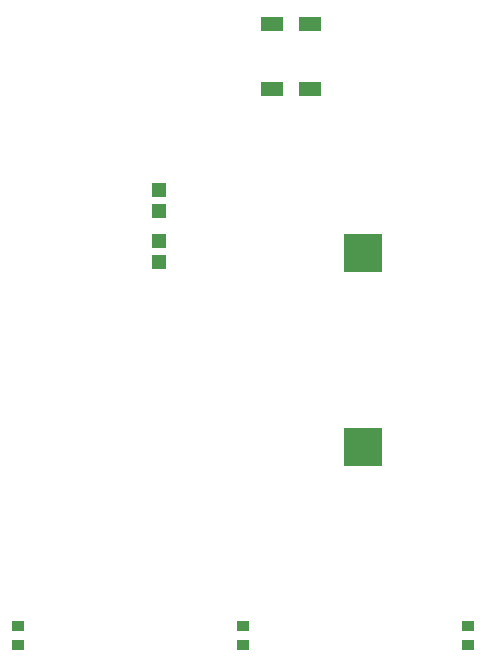
<source format=gbr>
G04 EAGLE Gerber RS-274X export*
G75*
%MOMM*%
%FSLAX34Y34*%
%LPD*%
%INSolderpaste Bottom*%
%IPPOS*%
%AMOC8*
5,1,8,0,0,1.08239X$1,22.5*%
G01*
%ADD10R,1.270000X1.143000*%
%ADD11R,1.031241X0.949959*%
%ADD12R,3.200000X3.200000*%
%ADD13R,1.900000X1.300000*%


D10*
X563880Y466090D03*
X563880Y448310D03*
X563880Y405130D03*
X563880Y422910D03*
D11*
X444500Y80899D03*
X444500Y96901D03*
X635000Y80899D03*
X635000Y96901D03*
X825500Y80899D03*
X825500Y96901D03*
D12*
X736600Y412454D03*
X736600Y247946D03*
D13*
X659640Y551620D03*
X659640Y606620D03*
X691640Y606620D03*
X691640Y551620D03*
M02*

</source>
